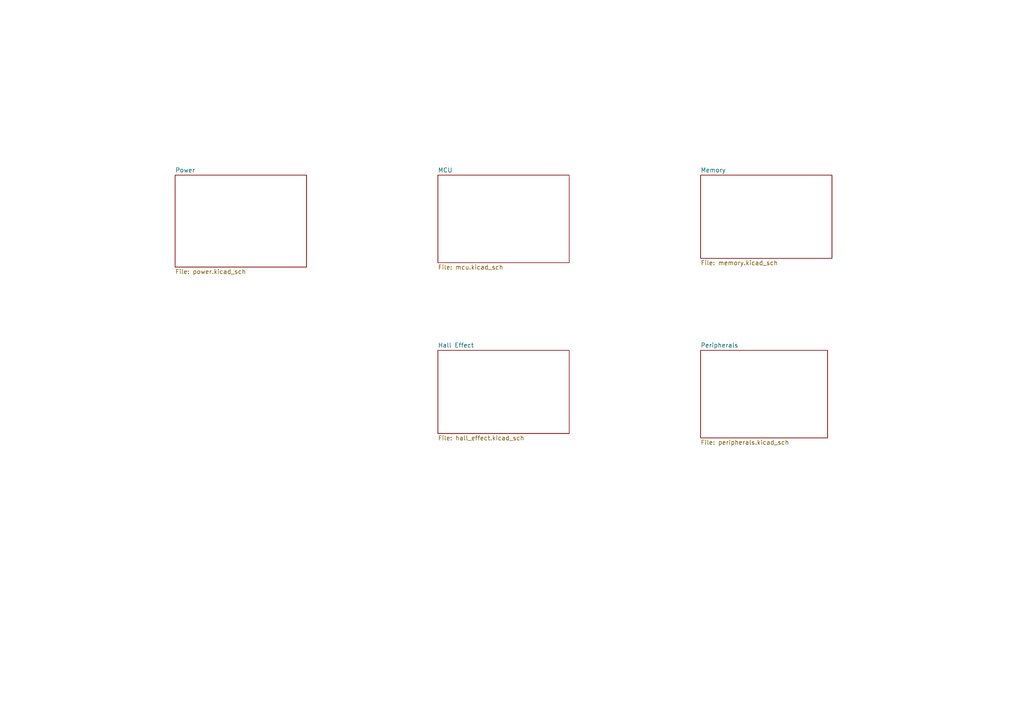
<source format=kicad_sch>
(kicad_sch
	(version 20250114)
	(generator "eeschema")
	(generator_version "9.0")
	(uuid "35c074f0-8545-4dc1-a57d-3ef0bc7d9188")
	(paper "A4")
	(lib_symbols)
	(sheet
		(at 127 50.8)
		(size 38.1 25.4)
		(exclude_from_sim no)
		(in_bom yes)
		(on_board yes)
		(dnp no)
		(fields_autoplaced yes)
		(stroke
			(width 0.1524)
			(type solid)
		)
		(fill
			(color 0 0 0 0.0000)
		)
		(uuid "332aa9c6-46d1-4f07-ac6a-0c48b9b46fa2")
		(property "Sheetname" "MCU"
			(at 127 50.0884 0)
			(effects
				(font
					(size 1.27 1.27)
				)
				(justify left bottom)
			)
		)
		(property "Sheetfile" "mcu.kicad_sch"
			(at 127 76.7846 0)
			(effects
				(font
					(size 1.27 1.27)
				)
				(justify left top)
			)
		)
		(instances
			(project "senior_design"
				(path "/35c074f0-8545-4dc1-a57d-3ef0bc7d9188"
					(page "2")
				)
			)
		)
	)
	(sheet
		(at 50.8 50.8)
		(size 38.1 26.67)
		(exclude_from_sim no)
		(in_bom yes)
		(on_board yes)
		(dnp no)
		(fields_autoplaced yes)
		(stroke
			(width 0.1524)
			(type solid)
		)
		(fill
			(color 0 0 0 0.0000)
		)
		(uuid "6a3bd25b-0e65-4984-bc83-1e0aa4753ca0")
		(property "Sheetname" "Power"
			(at 50.8 50.0884 0)
			(effects
				(font
					(size 1.27 1.27)
				)
				(justify left bottom)
			)
		)
		(property "Sheetfile" "power.kicad_sch"
			(at 50.8 78.0546 0)
			(effects
				(font
					(size 1.27 1.27)
				)
				(justify left top)
			)
		)
		(instances
			(project "senior_design"
				(path "/35c074f0-8545-4dc1-a57d-3ef0bc7d9188"
					(page "6")
				)
			)
		)
	)
	(sheet
		(at 203.2 50.8)
		(size 38.1 24.13)
		(exclude_from_sim no)
		(in_bom yes)
		(on_board yes)
		(dnp no)
		(fields_autoplaced yes)
		(stroke
			(width 0.1524)
			(type solid)
		)
		(fill
			(color 0 0 0 0.0000)
		)
		(uuid "97e7f441-78af-47c4-8e49-e87c6db6b63d")
		(property "Sheetname" "Memory"
			(at 203.2 50.0884 0)
			(effects
				(font
					(size 1.27 1.27)
				)
				(justify left bottom)
			)
		)
		(property "Sheetfile" "memory.kicad_sch"
			(at 203.2 75.5146 0)
			(effects
				(font
					(size 1.27 1.27)
				)
				(justify left top)
			)
		)
		(instances
			(project "senior_design"
				(path "/35c074f0-8545-4dc1-a57d-3ef0bc7d9188"
					(page "4")
				)
			)
		)
	)
	(sheet
		(at 127 101.6)
		(size 38.1 24.13)
		(exclude_from_sim no)
		(in_bom yes)
		(on_board yes)
		(dnp no)
		(fields_autoplaced yes)
		(stroke
			(width 0.1524)
			(type solid)
		)
		(fill
			(color 0 0 0 0.0000)
		)
		(uuid "ce5cb751-dcc9-43da-9e85-60783f09935d")
		(property "Sheetname" "Hall Effect"
			(at 127 100.8884 0)
			(effects
				(font
					(size 1.27 1.27)
				)
				(justify left bottom)
			)
		)
		(property "Sheetfile" "hall_effect.kicad_sch"
			(at 127 126.3146 0)
			(effects
				(font
					(size 1.27 1.27)
				)
				(justify left top)
			)
		)
		(instances
			(project "senior_design"
				(path "/35c074f0-8545-4dc1-a57d-3ef0bc7d9188"
					(page "3")
				)
			)
		)
	)
	(sheet
		(at 203.2 101.6)
		(size 36.83 25.4)
		(exclude_from_sim no)
		(in_bom yes)
		(on_board yes)
		(dnp no)
		(fields_autoplaced yes)
		(stroke
			(width 0.1524)
			(type solid)
		)
		(fill
			(color 0 0 0 0.0000)
		)
		(uuid "fae4d877-45a6-4ca2-813c-194b5c7d3bb2")
		(property "Sheetname" "Peripherals"
			(at 203.2 100.8884 0)
			(effects
				(font
					(size 1.27 1.27)
				)
				(justify left bottom)
			)
		)
		(property "Sheetfile" "peripherals.kicad_sch"
			(at 203.2 127.5846 0)
			(effects
				(font
					(size 1.27 1.27)
				)
				(justify left top)
			)
		)
		(instances
			(project "senior_design"
				(path "/35c074f0-8545-4dc1-a57d-3ef0bc7d9188"
					(page "5")
				)
			)
		)
	)
	(sheet_instances
		(path "/"
			(page "1")
		)
	)
	(embedded_fonts no)
)

</source>
